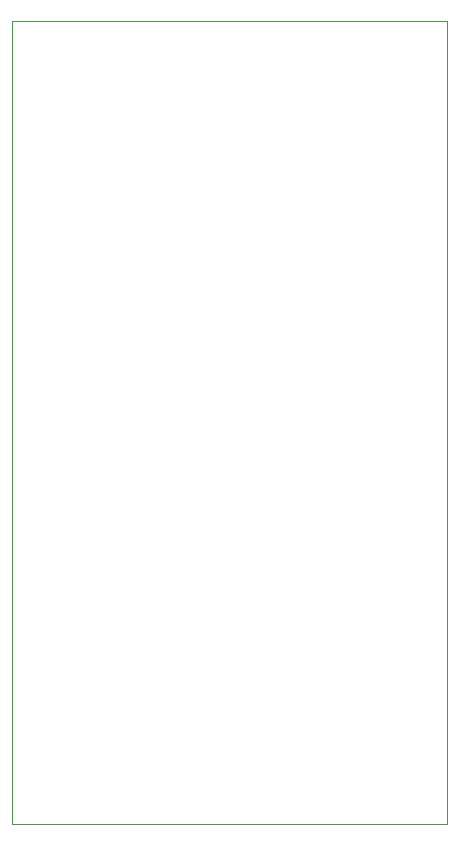
<source format=gbr>
%TF.GenerationSoftware,KiCad,Pcbnew,6.0.1-79c1e3a40b~116~ubuntu20.04.1*%
%TF.CreationDate,2022-02-10T07:45:33-06:00*%
%TF.ProjectId,pico-ducky,7069636f-2d64-4756-936b-792e6b696361,rev?*%
%TF.SameCoordinates,Original*%
%TF.FileFunction,Profile,NP*%
%FSLAX46Y46*%
G04 Gerber Fmt 4.6, Leading zero omitted, Abs format (unit mm)*
G04 Created by KiCad (PCBNEW 6.0.1-79c1e3a40b~116~ubuntu20.04.1) date 2022-02-10 07:45:33*
%MOMM*%
%LPD*%
G01*
G04 APERTURE LIST*
%TA.AperFunction,Profile*%
%ADD10C,0.100000*%
%TD*%
G04 APERTURE END LIST*
D10*
X102120000Y-43060000D02*
X139030000Y-43060000D01*
X139030000Y-43060000D02*
X139030000Y-111080000D01*
X139030000Y-111080000D02*
X102120000Y-111080000D01*
X102120000Y-111080000D02*
X102120000Y-43060000D01*
M02*

</source>
